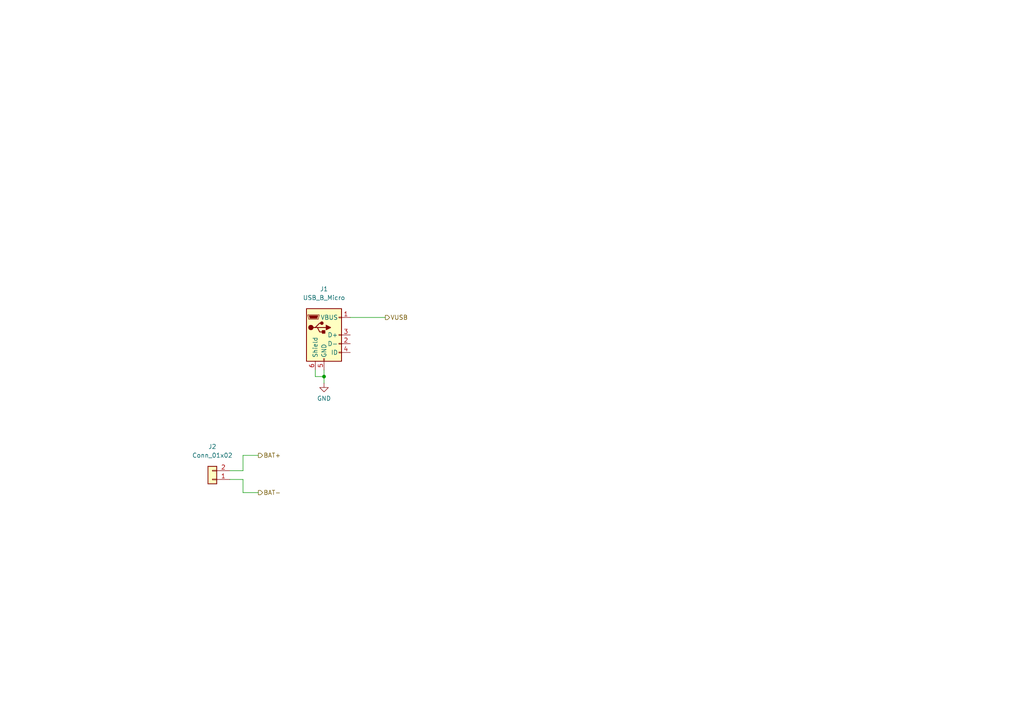
<source format=kicad_sch>
(kicad_sch (version 20211123) (generator eeschema)
  (paper "A4")
  (lib_symbols
    (symbol "Connector:USB_B_Micro" (pin_names (offset 1.016))
      (property "Reference" "J" (at -5.08 11.43 0))
      (property "Value" "USB_B_Micro" (at -5.08 8.89 0))
      (symbol "USB_B_Micro_0_1"
        (rectangle (start -5.08 -7.62) (end 5.08 7.62) (stroke (width 0.254)) (fill (type background)))
        (circle (center -3.81 2.159) (radius 0.635) (stroke (width 0.254)) (fill (type outline)))
        (circle (center -0.635 3.429) (radius 0.381) (stroke (width 0.254)) (fill (type outline)))
        (rectangle (start -0.127 -7.62) (end 0.127 -6.858))
        (polyline (pts (xy -1.905 2.159) (xy 0.635 2.159)) (stroke (width 0.254)))
        (polyline (pts (xy -3.175 2.159) (xy -2.54 2.159) (xy -1.27 3.429) (xy -0.635 3.429)) (stroke (width 0.254)))
        (polyline (pts (xy -2.54 2.159) (xy -1.905 2.159) (xy -1.27 0.889) (xy 0 0.889)) (stroke (width 0.254)))
        (polyline (pts (xy 0.635 2.794) (xy 0.635 1.524) (xy 1.905 2.159) (xy 0.635 2.794)) (stroke (width 0.254)) (fill (type outline)))
        (polyline (pts (xy -4.318 5.588) (xy -1.778 5.588) (xy -2.032 4.826) (xy -4.064 4.826) (xy -4.318 5.588)) (fill (type outline)))
        (polyline (pts (xy -4.699 5.842) (xy -4.699 5.588) (xy -4.445 4.826) (xy -4.445 4.572) (xy -1.651 4.572) (xy -1.651 4.826) (xy -1.397 5.588) (xy -1.397 5.842) (xy -4.699 5.842)))
        (rectangle (start 0.254 1.27) (end -0.508 0.508) (stroke (width 0.254)) (fill (type outline)))
        (rectangle (start 5.08 -5.207) (end 4.318 -4.953))
        (rectangle (start 5.08 -2.667) (end 4.318 -2.413))
        (rectangle (start 5.08 -0.127) (end 4.318 0.127))
        (rectangle (start 5.08 4.953) (end 4.318 5.207))
      )
      (symbol "USB_B_Micro_1_1"
        (pin power_out line (at 7.62 5.08 180) (length 2.54) (name "VBUS") (number "1"))
        (pin bidirectional line (at 7.62 -2.54 180) (length 2.54) (name "D-") (number "2"))
        (pin bidirectional line (at 7.62 0 180) (length 2.54) (name "D+") (number "3"))
        (pin passive line (at 7.62 -5.08 180) (length 2.54) (name "ID") (number "4"))
        (pin power_out line (at 0 -10.16 90) (length 2.54) (name "GND") (number "5"))
        (pin passive line (at -2.54 -10.16 90) (length 2.54) (name "Shield") (number "6"))
      )
    )
    (symbol "Connector_Generic:Conn_01x02" (pin_names (offset 1.016) hide)
      (property "Reference" "J" (at 0 2.54 0))
      (property "Value" "Conn_01x02" (at 0 -5.08 0))
      (symbol "Conn_01x02_1_1"
        (rectangle (start -1.27 -2.413) (end 0 -2.667) (stroke (width 0.1524)))
        (rectangle (start -1.27 0.127) (end 0 -0.127) (stroke (width 0.1524)))
        (rectangle (start -1.27 1.27) (end 1.27 -3.81) (stroke (width 0.254)) (fill (type background)))
        (pin passive line (at -5.08 0 0) (length 3.81) (name "Pin_1") (number "1"))
        (pin passive line (at -5.08 -2.54 0) (length 3.81) (name "Pin_2") (number "2"))
      )
    )
    (symbol "power:GND" (power) (pin_names (offset 0))
      (property "Value" "GND" (at 0 -3.81 0))
      (symbol "GND_0_1"
        (polyline (pts (xy 0 0) (xy 0 -1.27) (xy 1.27 -1.27) (xy 0 -2.54) (xy -1.27 -1.27) (xy 0 -1.27)))
      )
      (symbol "GND_1_1"
        (pin power_in line (at 0 0 270) (length 0) hide (name "GND") (number "1"))
      )
    )
  )
  (junction (at 93.98 109.22))
  (wire (pts (xy 70.485 139.065) (xy 70.485 142.875)))
  (wire (pts (xy 91.44 107.315) (xy 91.44 109.22)))
  (wire (pts (xy 66.675 139.065) (xy 70.485 139.065)))
  (wire (pts (xy 93.98 109.22) (xy 93.98 111.125)))
  (wire (pts (xy 101.6 92.075) (xy 111.76 92.075)))
  (wire (pts (xy 93.98 107.315) (xy 93.98 109.22)))
  (wire (pts (xy 70.485 142.875) (xy 74.93 142.875)))
  (wire (pts (xy 70.485 136.525) (xy 70.485 132.08)))
  (wire (pts (xy 66.675 136.525) (xy 70.485 136.525)))
  (wire (pts (xy 70.485 132.08) (xy 74.93 132.08)))
  (wire (pts (xy 91.44 109.22) (xy 93.98 109.22)))
  (hierarchical_label "BAT+" (shape output) (at 74.93 132.08 0))
  (hierarchical_label "BAT-" (shape output) (at 74.93 142.875 0))
  (hierarchical_label "VUSB" (shape output) (at 111.76 92.075 0))
  (symbol (lib_id "Connector:USB_B_Micro") (at 93.98 97.155 0) (unit 1)
    (property "Reference" "J1" (at 93.98 83.82 0))
    (property "Value" "USB_B_Micro" (at 93.98 86.36 0))
  )
  (symbol (lib_id "power:GND") (at 93.98 111.125 0) (unit 1)
    (property "Reference" "#PWR02" (effects hide))
    (property "Value" "GND" (at 93.98 115.57 0))
  )
  (symbol (lib_id "Connector_Generic:Conn_01x02") (at 61.595 139.065 180) (unit 1)
    (property "Reference" "J2" (at 61.595 129.54 0))
    (property "Value" "Conn_01x02" (at 61.595 132.08 0))
  )
)
</source>
